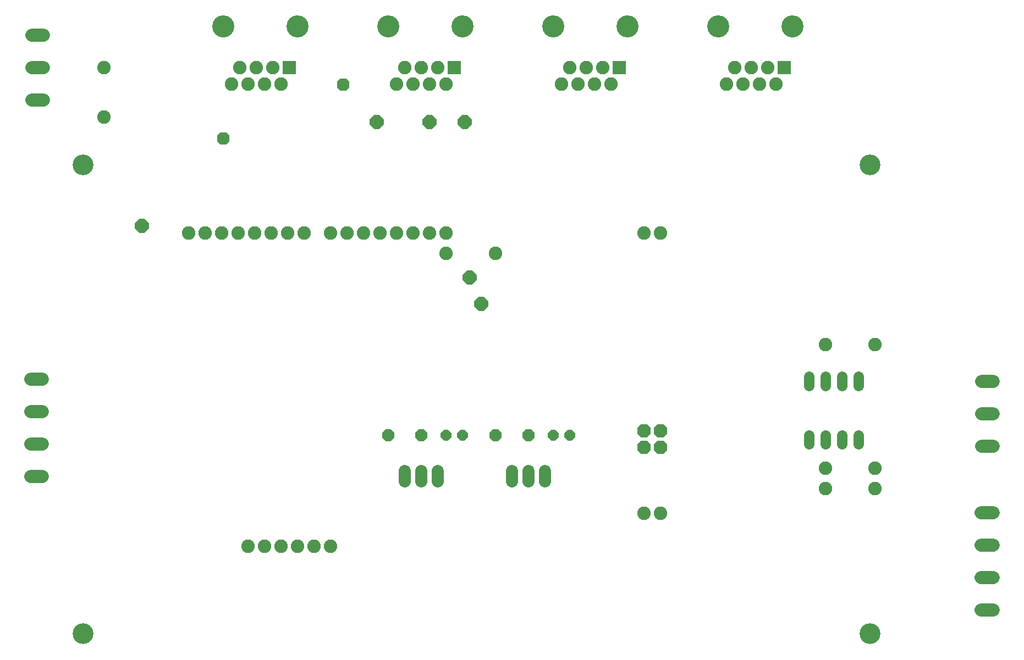
<source format=gbs>
G75*
%MOIN*%
%OFA0B0*%
%FSLAX25Y25*%
%IPPOS*%
%LPD*%
%AMOC8*
5,1,8,0,0,1.08239X$1,22.5*
%
%ADD10C,0.12611*%
%ADD11C,0.08200*%
%ADD12R,0.08200X0.08200*%
%ADD13C,0.13398*%
%ADD14OC8,0.08200*%
%ADD15C,0.06400*%
%ADD16C,0.07900*%
%ADD17C,0.07200*%
%ADD18OC8,0.07100*%
%ADD19OC8,0.06400*%
%ADD20OC8,0.08400*%
%ADD21OC8,0.07556*%
D10*
X0177044Y0125970D03*
X0177044Y0410616D03*
X0653816Y0410616D03*
X0653816Y0125970D03*
D11*
X0656965Y0214100D03*
X0656965Y0226600D03*
X0626965Y0226600D03*
X0626965Y0214100D03*
X0526965Y0199100D03*
X0516965Y0199100D03*
X0626965Y0301600D03*
X0656965Y0301600D03*
X0526965Y0369100D03*
X0516965Y0369100D03*
X0426965Y0356895D03*
X0396965Y0356895D03*
X0396965Y0369100D03*
X0386965Y0369100D03*
X0376965Y0369100D03*
X0366965Y0369100D03*
X0356965Y0369100D03*
X0346965Y0369100D03*
X0336965Y0369100D03*
X0326965Y0369100D03*
X0310965Y0369100D03*
X0300965Y0369100D03*
X0290965Y0369100D03*
X0280965Y0369100D03*
X0270965Y0369100D03*
X0260965Y0369100D03*
X0250965Y0369100D03*
X0240965Y0369100D03*
X0189465Y0439395D03*
X0189465Y0469395D03*
X0266965Y0459395D03*
X0276965Y0459395D03*
X0286965Y0459395D03*
X0296965Y0459395D03*
X0291965Y0469395D03*
X0281965Y0469395D03*
X0271965Y0469395D03*
X0366965Y0459395D03*
X0376965Y0459395D03*
X0386965Y0459395D03*
X0396965Y0459395D03*
X0391965Y0469395D03*
X0381965Y0469395D03*
X0371965Y0469395D03*
X0466965Y0459395D03*
X0476965Y0459395D03*
X0486965Y0459395D03*
X0496965Y0459395D03*
X0491965Y0469395D03*
X0481965Y0469395D03*
X0471965Y0469395D03*
X0566965Y0459395D03*
X0576965Y0459395D03*
X0586965Y0459395D03*
X0581965Y0469395D03*
X0571965Y0469395D03*
X0591965Y0469395D03*
X0596965Y0459395D03*
X0326965Y0179100D03*
X0316965Y0179100D03*
X0306965Y0179100D03*
X0296965Y0179100D03*
X0286965Y0179100D03*
X0276965Y0179100D03*
D12*
X0301965Y0469395D03*
X0401965Y0469395D03*
X0501965Y0469395D03*
X0601965Y0469395D03*
D13*
X0606965Y0494395D03*
X0561965Y0494395D03*
X0506965Y0494395D03*
X0461965Y0494395D03*
X0406965Y0494395D03*
X0361965Y0494395D03*
X0306965Y0494395D03*
X0261965Y0494395D03*
D14*
X0516965Y0249100D03*
X0526965Y0249100D03*
X0526965Y0239100D03*
X0516965Y0239100D03*
D15*
X0616965Y0241000D02*
X0616965Y0246600D01*
X0626965Y0246600D02*
X0626965Y0241000D01*
X0636965Y0241000D02*
X0636965Y0246600D01*
X0646965Y0246600D02*
X0646965Y0241000D01*
X0646965Y0276600D02*
X0646965Y0282200D01*
X0636965Y0282200D02*
X0636965Y0276600D01*
X0626965Y0276600D02*
X0626965Y0282200D01*
X0616965Y0282200D02*
X0616965Y0276600D01*
D16*
X0721486Y0279080D02*
X0728586Y0279080D01*
X0728586Y0259395D02*
X0721486Y0259395D01*
X0721486Y0239710D02*
X0728586Y0239710D01*
X0728507Y0199553D02*
X0721407Y0199553D01*
X0721407Y0179868D02*
X0728507Y0179868D01*
X0728507Y0160183D02*
X0721407Y0160183D01*
X0721407Y0140498D02*
X0728507Y0140498D01*
X0152436Y0221303D02*
X0145336Y0221303D01*
X0145336Y0240988D02*
X0152436Y0240988D01*
X0152436Y0260673D02*
X0145336Y0260673D01*
X0145336Y0280358D02*
X0152436Y0280358D01*
X0152936Y0449710D02*
X0145836Y0449710D01*
X0145836Y0469395D02*
X0152936Y0469395D01*
X0152936Y0489080D02*
X0145836Y0489080D01*
D17*
X0371965Y0224800D02*
X0371965Y0218400D01*
X0381965Y0218400D02*
X0381965Y0224800D01*
X0391965Y0224800D02*
X0391965Y0218400D01*
X0436965Y0218400D02*
X0436965Y0224800D01*
X0446965Y0224800D02*
X0446965Y0218400D01*
X0456965Y0218400D02*
X0456965Y0224800D01*
D18*
X0446965Y0246600D03*
X0426965Y0246600D03*
X0381965Y0246600D03*
X0361965Y0246600D03*
D19*
X0396965Y0246600D03*
X0406965Y0246600D03*
X0461965Y0246600D03*
X0471965Y0246600D03*
D20*
X0418215Y0325975D03*
X0411340Y0342225D03*
X0408215Y0436600D03*
X0386965Y0436600D03*
X0355090Y0436600D03*
X0212590Y0373475D03*
D21*
X0261965Y0426600D03*
X0334465Y0459100D03*
M02*

</source>
